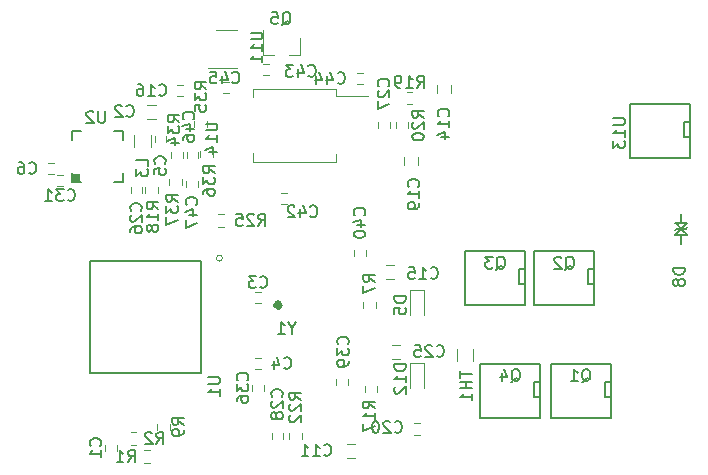
<source format=gbo>
G04 #@! TF.FileFunction,Legend,Bot*
%FSLAX46Y46*%
G04 Gerber Fmt 4.6, Leading zero omitted, Abs format (unit mm)*
G04 Created by KiCad (PCBNEW 4.0.7) date 03/24/19 02:31:51*
%MOMM*%
%LPD*%
G01*
G04 APERTURE LIST*
%ADD10C,0.100000*%
%ADD11C,0.120000*%
%ADD12C,0.150000*%
%ADD13C,0.203200*%
%ADD14C,0.152400*%
%ADD15C,0.500000*%
G04 APERTURE END LIST*
D10*
D11*
X71717000Y-82173000D02*
X71717000Y-82673000D01*
X70777000Y-82673000D02*
X70777000Y-82173000D01*
X75026000Y-53375000D02*
X74326000Y-53375000D01*
X74326000Y-54575000D02*
X75026000Y-54575000D01*
X83443000Y-69253000D02*
X83943000Y-69253000D01*
X83943000Y-70193000D02*
X83443000Y-70193000D01*
X83443000Y-74841000D02*
X83943000Y-74841000D01*
X83943000Y-75781000D02*
X83443000Y-75781000D01*
X74968000Y-56511000D02*
X74968000Y-56011000D01*
X75908000Y-56011000D02*
X75908000Y-56511000D01*
X65917000Y-58331000D02*
X66417000Y-58331000D01*
X66417000Y-59271000D02*
X65917000Y-59271000D01*
X91217000Y-83277000D02*
X91917000Y-83277000D01*
X91917000Y-82077000D02*
X91217000Y-82077000D01*
X100041000Y-52420000D02*
X100041000Y-51720000D01*
X98841000Y-51720000D02*
X98841000Y-52420000D01*
X94519000Y-68164000D02*
X95219000Y-68164000D01*
X95219000Y-66964000D02*
X94519000Y-66964000D01*
X76839000Y-51727000D02*
X77339000Y-51727000D01*
X77339000Y-52667000D02*
X76839000Y-52667000D01*
X97247000Y-58516000D02*
X97247000Y-57816000D01*
X96047000Y-57816000D02*
X96047000Y-58516000D01*
X95027000Y-74895000D02*
X95727000Y-74895000D01*
X95727000Y-73695000D02*
X95027000Y-73695000D01*
X73876000Y-60329000D02*
X73876000Y-60829000D01*
X72936000Y-60829000D02*
X72936000Y-60329000D01*
X93891000Y-55368000D02*
X93891000Y-54868000D01*
X94831000Y-54868000D02*
X94831000Y-55368000D01*
X85814000Y-81157000D02*
X85814000Y-81657000D01*
X84874000Y-81657000D02*
X84874000Y-81157000D01*
X67179000Y-60287000D02*
X66679000Y-60287000D01*
X66679000Y-59347000D02*
X67179000Y-59347000D01*
X83223000Y-77593000D02*
X83223000Y-77093000D01*
X84163000Y-77093000D02*
X84163000Y-77593000D01*
X90335000Y-77085000D02*
X90335000Y-76585000D01*
X91275000Y-76585000D02*
X91275000Y-77085000D01*
X92799000Y-65663000D02*
X92799000Y-66163000D01*
X91859000Y-66163000D02*
X91859000Y-65663000D01*
X86178200Y-61772900D02*
X85678200Y-61772900D01*
X85678200Y-60832900D02*
X86178200Y-60832900D01*
X84654200Y-50876300D02*
X84154200Y-50876300D01*
X84154200Y-49936300D02*
X84654200Y-49936300D01*
X96585000Y-69058000D02*
X97725000Y-69058000D01*
X97725000Y-69058000D02*
X97725000Y-71158000D01*
X96585000Y-69058000D02*
X96585000Y-71158000D01*
X96585000Y-75281000D02*
X97725000Y-75281000D01*
X97725000Y-75281000D02*
X97725000Y-77381000D01*
X96585000Y-75281000D02*
X96585000Y-77381000D01*
X73234000Y-55951500D02*
X73234000Y-56951500D01*
X74594000Y-56951500D02*
X74594000Y-55951500D01*
D12*
X113538000Y-75311000D02*
X108458000Y-75311000D01*
X108458000Y-75311000D02*
X108458000Y-79883000D01*
X108458000Y-79883000D02*
X113538000Y-79883000D01*
X113538000Y-79883000D02*
X113538000Y-75311000D01*
X113538000Y-76835000D02*
X113030000Y-76835000D01*
X113030000Y-76835000D02*
X113030000Y-78105000D01*
X113030000Y-78105000D02*
X113538000Y-78105000D01*
X112141000Y-65786000D02*
X107061000Y-65786000D01*
X107061000Y-65786000D02*
X107061000Y-70358000D01*
X107061000Y-70358000D02*
X112141000Y-70358000D01*
X112141000Y-70358000D02*
X112141000Y-65786000D01*
X112141000Y-67310000D02*
X111633000Y-67310000D01*
X111633000Y-67310000D02*
X111633000Y-68580000D01*
X111633000Y-68580000D02*
X112141000Y-68580000D01*
X106299000Y-65786000D02*
X101219000Y-65786000D01*
X101219000Y-65786000D02*
X101219000Y-70358000D01*
X101219000Y-70358000D02*
X106299000Y-70358000D01*
X106299000Y-70358000D02*
X106299000Y-65786000D01*
X106299000Y-67310000D02*
X105791000Y-67310000D01*
X105791000Y-67310000D02*
X105791000Y-68580000D01*
X105791000Y-68580000D02*
X106299000Y-68580000D01*
X107569000Y-75311000D02*
X102489000Y-75311000D01*
X102489000Y-75311000D02*
X102489000Y-79883000D01*
X102489000Y-79883000D02*
X107569000Y-79883000D01*
X107569000Y-79883000D02*
X107569000Y-75311000D01*
X107569000Y-76835000D02*
X107061000Y-76835000D01*
X107061000Y-76835000D02*
X107061000Y-78105000D01*
X107061000Y-78105000D02*
X107569000Y-78105000D01*
D11*
X87279600Y-49210500D02*
X86349600Y-49210500D01*
X84119600Y-49210500D02*
X85049600Y-49210500D01*
X84119600Y-49210500D02*
X84119600Y-47050500D01*
X87279600Y-49210500D02*
X87279600Y-47750500D01*
X74045000Y-82655000D02*
X74545000Y-82655000D01*
X74545000Y-83715000D02*
X74045000Y-83715000D01*
X72902000Y-81131000D02*
X73402000Y-81131000D01*
X73402000Y-82191000D02*
X72902000Y-82191000D01*
X92611800Y-70557200D02*
X92611800Y-70057200D01*
X93671800Y-70057200D02*
X93671800Y-70557200D01*
X76222000Y-80395000D02*
X76222000Y-80895000D01*
X75162000Y-80895000D02*
X75162000Y-80395000D01*
X75206000Y-60329000D02*
X75206000Y-60829000D01*
X74146000Y-60829000D02*
X74146000Y-60329000D01*
X96270000Y-52302000D02*
X96770000Y-52302000D01*
X96770000Y-53362000D02*
X96270000Y-53362000D01*
X95355000Y-55368000D02*
X95355000Y-54868000D01*
X96415000Y-54868000D02*
X96415000Y-55368000D01*
X86338000Y-81657000D02*
X86338000Y-81157000D01*
X87398000Y-81157000D02*
X87398000Y-81657000D01*
X100539000Y-74049000D02*
X100539000Y-75049000D01*
X101899000Y-75049000D02*
X101899000Y-74049000D01*
D13*
X69458000Y-66654000D02*
X69458000Y-76084000D01*
X69458000Y-76084000D02*
X78878000Y-76084000D01*
X78878000Y-76084000D02*
X78878000Y-66654000D01*
X78878000Y-66654000D02*
X69458000Y-66654000D01*
D10*
X80672000Y-66374000D02*
G75*
G03X80672000Y-66374000I-254000J0D01*
G01*
D14*
X67954000Y-59185000D02*
X67954000Y-59935000D01*
X67954000Y-59935000D02*
X68704000Y-59935000D01*
D10*
G36*
X67949390Y-59935000D02*
X68654000Y-59935000D01*
X68654000Y-59238110D01*
X67949390Y-59238110D01*
X67949390Y-59935000D01*
G37*
D14*
X72254000Y-59935000D02*
X71504000Y-59935000D01*
X72254000Y-55635000D02*
X71504000Y-55635000D01*
X67954000Y-55635000D02*
X68704000Y-55635000D01*
X67954000Y-56385000D02*
X67954000Y-55635000D01*
X72254000Y-56385000D02*
X72254000Y-55635000D01*
X72254000Y-59185000D02*
X72254000Y-59935000D01*
D11*
X80100600Y-47031000D02*
X81900600Y-47031000D01*
X81900600Y-50251000D02*
X79450600Y-50251000D01*
D12*
X120269000Y-53340000D02*
X115189000Y-53340000D01*
X115189000Y-53340000D02*
X115189000Y-57912000D01*
X115189000Y-57912000D02*
X120269000Y-57912000D01*
X120269000Y-57912000D02*
X120269000Y-53340000D01*
X120269000Y-54864000D02*
X119761000Y-54864000D01*
X119761000Y-54864000D02*
X119761000Y-56134000D01*
X119761000Y-56134000D02*
X120269000Y-56134000D01*
D15*
X85523605Y-70358000D02*
G75*
G03X85523605Y-70358000I-179605J0D01*
G01*
D11*
X92079000Y-50711000D02*
X92579000Y-50711000D01*
X92579000Y-51651000D02*
X92079000Y-51651000D01*
X80712500Y-51473000D02*
X81212500Y-51473000D01*
X81212500Y-52413000D02*
X80712500Y-52413000D01*
X77685800Y-57882600D02*
X77685800Y-57382600D01*
X78625800Y-57382600D02*
X78625800Y-57882600D01*
X77635000Y-60321000D02*
X77635000Y-59821000D01*
X78575000Y-59821000D02*
X78575000Y-60321000D01*
D12*
X119507000Y-65024000D02*
X119507000Y-65151000D01*
X119507000Y-63373000D02*
X119507000Y-62611000D01*
X119507000Y-64389000D02*
X119507000Y-65024000D01*
X119126000Y-63500000D02*
X118999000Y-63373000D01*
X118999000Y-63373000D02*
X120015000Y-63373000D01*
X120015000Y-63373000D02*
X119888000Y-63500000D01*
X119126000Y-64262000D02*
X118999000Y-64389000D01*
X118999000Y-64389000D02*
X120015000Y-64389000D01*
X120015000Y-64389000D02*
X119888000Y-64262000D01*
X119507000Y-63881000D02*
X119126000Y-64262000D01*
X119888000Y-64262000D02*
X119507000Y-64008000D01*
X119507000Y-63881000D02*
X119888000Y-63881000D01*
X119888000Y-63881000D02*
X120015000Y-63754000D01*
X119507000Y-63881000D02*
X119126000Y-63881000D01*
X119126000Y-63881000D02*
X118999000Y-64008000D01*
X119888000Y-63500000D02*
X119507000Y-63881000D01*
X119507000Y-63881000D02*
X119126000Y-63500000D01*
D11*
X77365000Y-57408000D02*
X77365000Y-57908000D01*
X76305000Y-57908000D02*
X76305000Y-57408000D01*
X79346200Y-54741000D02*
X79346200Y-55241000D01*
X78286200Y-55241000D02*
X78286200Y-54741000D01*
X79854200Y-57281000D02*
X79854200Y-57781000D01*
X78794200Y-57781000D02*
X78794200Y-57281000D01*
X77238000Y-59694000D02*
X77238000Y-60194000D01*
X76178000Y-60194000D02*
X76178000Y-59694000D01*
X90291000Y-57518000D02*
X90291000Y-58218000D01*
X90291000Y-58218000D02*
X83241000Y-58218000D01*
X83241000Y-58218000D02*
X83241000Y-57468000D01*
X83241000Y-52768000D02*
X83241000Y-52018000D01*
X83241000Y-52018000D02*
X90291000Y-52018000D01*
X90291000Y-52018000D02*
X90291000Y-52668000D01*
X90291000Y-52668000D02*
X92991000Y-52668000D01*
X97405000Y-81305500D02*
X96905000Y-81305500D01*
X96905000Y-80365500D02*
X97405000Y-80365500D01*
X80293400Y-62639800D02*
X80793400Y-62639800D01*
X80793400Y-63699800D02*
X80293400Y-63699800D01*
X92713400Y-77694600D02*
X92713400Y-77194600D01*
X93773400Y-77194600D02*
X93773400Y-77694600D01*
D12*
X70334143Y-82256334D02*
X70381762Y-82208715D01*
X70429381Y-82065858D01*
X70429381Y-81970620D01*
X70381762Y-81827762D01*
X70286524Y-81732524D01*
X70191286Y-81684905D01*
X70000810Y-81637286D01*
X69857952Y-81637286D01*
X69667476Y-81684905D01*
X69572238Y-81732524D01*
X69477000Y-81827762D01*
X69429381Y-81970620D01*
X69429381Y-82065858D01*
X69477000Y-82208715D01*
X69524619Y-82256334D01*
X70429381Y-83208715D02*
X70429381Y-82637286D01*
X70429381Y-82923000D02*
X69429381Y-82923000D01*
X69572238Y-82827762D01*
X69667476Y-82732524D01*
X69715095Y-82637286D01*
X72556666Y-54332143D02*
X72604285Y-54379762D01*
X72747142Y-54427381D01*
X72842380Y-54427381D01*
X72985238Y-54379762D01*
X73080476Y-54284524D01*
X73128095Y-54189286D01*
X73175714Y-53998810D01*
X73175714Y-53855952D01*
X73128095Y-53665476D01*
X73080476Y-53570238D01*
X72985238Y-53475000D01*
X72842380Y-53427381D01*
X72747142Y-53427381D01*
X72604285Y-53475000D01*
X72556666Y-53522619D01*
X72175714Y-53522619D02*
X72128095Y-53475000D01*
X72032857Y-53427381D01*
X71794761Y-53427381D01*
X71699523Y-53475000D01*
X71651904Y-53522619D01*
X71604285Y-53617857D01*
X71604285Y-53713095D01*
X71651904Y-53855952D01*
X72223333Y-54427381D01*
X71604285Y-54427381D01*
X83859666Y-68810143D02*
X83907285Y-68857762D01*
X84050142Y-68905381D01*
X84145380Y-68905381D01*
X84288238Y-68857762D01*
X84383476Y-68762524D01*
X84431095Y-68667286D01*
X84478714Y-68476810D01*
X84478714Y-68333952D01*
X84431095Y-68143476D01*
X84383476Y-68048238D01*
X84288238Y-67953000D01*
X84145380Y-67905381D01*
X84050142Y-67905381D01*
X83907285Y-67953000D01*
X83859666Y-68000619D01*
X83526333Y-67905381D02*
X82907285Y-67905381D01*
X83240619Y-68286333D01*
X83097761Y-68286333D01*
X83002523Y-68333952D01*
X82954904Y-68381571D01*
X82907285Y-68476810D01*
X82907285Y-68714905D01*
X82954904Y-68810143D01*
X83002523Y-68857762D01*
X83097761Y-68905381D01*
X83383476Y-68905381D01*
X83478714Y-68857762D01*
X83526333Y-68810143D01*
X85891666Y-75668143D02*
X85939285Y-75715762D01*
X86082142Y-75763381D01*
X86177380Y-75763381D01*
X86320238Y-75715762D01*
X86415476Y-75620524D01*
X86463095Y-75525286D01*
X86510714Y-75334810D01*
X86510714Y-75191952D01*
X86463095Y-75001476D01*
X86415476Y-74906238D01*
X86320238Y-74811000D01*
X86177380Y-74763381D01*
X86082142Y-74763381D01*
X85939285Y-74811000D01*
X85891666Y-74858619D01*
X85034523Y-75096714D02*
X85034523Y-75763381D01*
X85272619Y-74715762D02*
X85510714Y-75430048D01*
X84891666Y-75430048D01*
X75795143Y-58380334D02*
X75842762Y-58332715D01*
X75890381Y-58189858D01*
X75890381Y-58094620D01*
X75842762Y-57951762D01*
X75747524Y-57856524D01*
X75652286Y-57808905D01*
X75461810Y-57761286D01*
X75318952Y-57761286D01*
X75128476Y-57808905D01*
X75033238Y-57856524D01*
X74938000Y-57951762D01*
X74890381Y-58094620D01*
X74890381Y-58189858D01*
X74938000Y-58332715D01*
X74985619Y-58380334D01*
X74890381Y-59285096D02*
X74890381Y-58808905D01*
X75366571Y-58761286D01*
X75318952Y-58808905D01*
X75271333Y-58904143D01*
X75271333Y-59142239D01*
X75318952Y-59237477D01*
X75366571Y-59285096D01*
X75461810Y-59332715D01*
X75699905Y-59332715D01*
X75795143Y-59285096D01*
X75842762Y-59237477D01*
X75890381Y-59142239D01*
X75890381Y-58904143D01*
X75842762Y-58808905D01*
X75795143Y-58761286D01*
X64301666Y-59158143D02*
X64349285Y-59205762D01*
X64492142Y-59253381D01*
X64587380Y-59253381D01*
X64730238Y-59205762D01*
X64825476Y-59110524D01*
X64873095Y-59015286D01*
X64920714Y-58824810D01*
X64920714Y-58681952D01*
X64873095Y-58491476D01*
X64825476Y-58396238D01*
X64730238Y-58301000D01*
X64587380Y-58253381D01*
X64492142Y-58253381D01*
X64349285Y-58301000D01*
X64301666Y-58348619D01*
X63444523Y-58253381D02*
X63635000Y-58253381D01*
X63730238Y-58301000D01*
X63777857Y-58348619D01*
X63873095Y-58491476D01*
X63920714Y-58681952D01*
X63920714Y-59062905D01*
X63873095Y-59158143D01*
X63825476Y-59205762D01*
X63730238Y-59253381D01*
X63539761Y-59253381D01*
X63444523Y-59205762D01*
X63396904Y-59158143D01*
X63349285Y-59062905D01*
X63349285Y-58824810D01*
X63396904Y-58729571D01*
X63444523Y-58681952D01*
X63539761Y-58634333D01*
X63730238Y-58634333D01*
X63825476Y-58681952D01*
X63873095Y-58729571D01*
X63920714Y-58824810D01*
X89288857Y-83034143D02*
X89336476Y-83081762D01*
X89479333Y-83129381D01*
X89574571Y-83129381D01*
X89717429Y-83081762D01*
X89812667Y-82986524D01*
X89860286Y-82891286D01*
X89907905Y-82700810D01*
X89907905Y-82557952D01*
X89860286Y-82367476D01*
X89812667Y-82272238D01*
X89717429Y-82177000D01*
X89574571Y-82129381D01*
X89479333Y-82129381D01*
X89336476Y-82177000D01*
X89288857Y-82224619D01*
X88336476Y-83129381D02*
X88907905Y-83129381D01*
X88622191Y-83129381D02*
X88622191Y-82129381D01*
X88717429Y-82272238D01*
X88812667Y-82367476D01*
X88907905Y-82415095D01*
X87384095Y-83129381D02*
X87955524Y-83129381D01*
X87669810Y-83129381D02*
X87669810Y-82129381D01*
X87765048Y-82272238D01*
X87860286Y-82367476D01*
X87955524Y-82415095D01*
X99798143Y-54348143D02*
X99845762Y-54300524D01*
X99893381Y-54157667D01*
X99893381Y-54062429D01*
X99845762Y-53919571D01*
X99750524Y-53824333D01*
X99655286Y-53776714D01*
X99464810Y-53729095D01*
X99321952Y-53729095D01*
X99131476Y-53776714D01*
X99036238Y-53824333D01*
X98941000Y-53919571D01*
X98893381Y-54062429D01*
X98893381Y-54157667D01*
X98941000Y-54300524D01*
X98988619Y-54348143D01*
X99893381Y-55300524D02*
X99893381Y-54729095D01*
X99893381Y-55014809D02*
X98893381Y-55014809D01*
X99036238Y-54919571D01*
X99131476Y-54824333D01*
X99179095Y-54729095D01*
X99226714Y-56157667D02*
X99893381Y-56157667D01*
X98845762Y-55919571D02*
X99560048Y-55681476D01*
X99560048Y-56300524D01*
X98305857Y-68048143D02*
X98353476Y-68095762D01*
X98496333Y-68143381D01*
X98591571Y-68143381D01*
X98734429Y-68095762D01*
X98829667Y-68000524D01*
X98877286Y-67905286D01*
X98924905Y-67714810D01*
X98924905Y-67571952D01*
X98877286Y-67381476D01*
X98829667Y-67286238D01*
X98734429Y-67191000D01*
X98591571Y-67143381D01*
X98496333Y-67143381D01*
X98353476Y-67191000D01*
X98305857Y-67238619D01*
X97353476Y-68143381D02*
X97924905Y-68143381D01*
X97639191Y-68143381D02*
X97639191Y-67143381D01*
X97734429Y-67286238D01*
X97829667Y-67381476D01*
X97924905Y-67429095D01*
X96448714Y-67143381D02*
X96924905Y-67143381D01*
X96972524Y-67619571D01*
X96924905Y-67571952D01*
X96829667Y-67524333D01*
X96591571Y-67524333D01*
X96496333Y-67571952D01*
X96448714Y-67619571D01*
X96401095Y-67714810D01*
X96401095Y-67952905D01*
X96448714Y-68048143D01*
X96496333Y-68095762D01*
X96591571Y-68143381D01*
X96829667Y-68143381D01*
X96924905Y-68095762D01*
X96972524Y-68048143D01*
X75318857Y-52554143D02*
X75366476Y-52601762D01*
X75509333Y-52649381D01*
X75604571Y-52649381D01*
X75747429Y-52601762D01*
X75842667Y-52506524D01*
X75890286Y-52411286D01*
X75937905Y-52220810D01*
X75937905Y-52077952D01*
X75890286Y-51887476D01*
X75842667Y-51792238D01*
X75747429Y-51697000D01*
X75604571Y-51649381D01*
X75509333Y-51649381D01*
X75366476Y-51697000D01*
X75318857Y-51744619D01*
X74366476Y-52649381D02*
X74937905Y-52649381D01*
X74652191Y-52649381D02*
X74652191Y-51649381D01*
X74747429Y-51792238D01*
X74842667Y-51887476D01*
X74937905Y-51935095D01*
X73509333Y-51649381D02*
X73699810Y-51649381D01*
X73795048Y-51697000D01*
X73842667Y-51744619D01*
X73937905Y-51887476D01*
X73985524Y-52077952D01*
X73985524Y-52458905D01*
X73937905Y-52554143D01*
X73890286Y-52601762D01*
X73795048Y-52649381D01*
X73604571Y-52649381D01*
X73509333Y-52601762D01*
X73461714Y-52554143D01*
X73414095Y-52458905D01*
X73414095Y-52220810D01*
X73461714Y-52125571D01*
X73509333Y-52077952D01*
X73604571Y-52030333D01*
X73795048Y-52030333D01*
X73890286Y-52077952D01*
X73937905Y-52125571D01*
X73985524Y-52220810D01*
X97258143Y-60317143D02*
X97305762Y-60269524D01*
X97353381Y-60126667D01*
X97353381Y-60031429D01*
X97305762Y-59888571D01*
X97210524Y-59793333D01*
X97115286Y-59745714D01*
X96924810Y-59698095D01*
X96781952Y-59698095D01*
X96591476Y-59745714D01*
X96496238Y-59793333D01*
X96401000Y-59888571D01*
X96353381Y-60031429D01*
X96353381Y-60126667D01*
X96401000Y-60269524D01*
X96448619Y-60317143D01*
X97353381Y-61269524D02*
X97353381Y-60698095D01*
X97353381Y-60983809D02*
X96353381Y-60983809D01*
X96496238Y-60888571D01*
X96591476Y-60793333D01*
X96639095Y-60698095D01*
X97353381Y-61745714D02*
X97353381Y-61936190D01*
X97305762Y-62031429D01*
X97258143Y-62079048D01*
X97115286Y-62174286D01*
X96924810Y-62221905D01*
X96543857Y-62221905D01*
X96448619Y-62174286D01*
X96401000Y-62126667D01*
X96353381Y-62031429D01*
X96353381Y-61840952D01*
X96401000Y-61745714D01*
X96448619Y-61698095D01*
X96543857Y-61650476D01*
X96781952Y-61650476D01*
X96877190Y-61698095D01*
X96924810Y-61745714D01*
X96972429Y-61840952D01*
X96972429Y-62031429D01*
X96924810Y-62126667D01*
X96877190Y-62174286D01*
X96781952Y-62221905D01*
X98813857Y-74652143D02*
X98861476Y-74699762D01*
X99004333Y-74747381D01*
X99099571Y-74747381D01*
X99242429Y-74699762D01*
X99337667Y-74604524D01*
X99385286Y-74509286D01*
X99432905Y-74318810D01*
X99432905Y-74175952D01*
X99385286Y-73985476D01*
X99337667Y-73890238D01*
X99242429Y-73795000D01*
X99099571Y-73747381D01*
X99004333Y-73747381D01*
X98861476Y-73795000D01*
X98813857Y-73842619D01*
X98432905Y-73842619D02*
X98385286Y-73795000D01*
X98290048Y-73747381D01*
X98051952Y-73747381D01*
X97956714Y-73795000D01*
X97909095Y-73842619D01*
X97861476Y-73937857D01*
X97861476Y-74033095D01*
X97909095Y-74175952D01*
X98480524Y-74747381D01*
X97861476Y-74747381D01*
X96956714Y-73747381D02*
X97432905Y-73747381D01*
X97480524Y-74223571D01*
X97432905Y-74175952D01*
X97337667Y-74128333D01*
X97099571Y-74128333D01*
X97004333Y-74175952D01*
X96956714Y-74223571D01*
X96909095Y-74318810D01*
X96909095Y-74556905D01*
X96956714Y-74652143D01*
X97004333Y-74699762D01*
X97099571Y-74747381D01*
X97337667Y-74747381D01*
X97432905Y-74699762D01*
X97480524Y-74652143D01*
X73763143Y-62349143D02*
X73810762Y-62301524D01*
X73858381Y-62158667D01*
X73858381Y-62063429D01*
X73810762Y-61920571D01*
X73715524Y-61825333D01*
X73620286Y-61777714D01*
X73429810Y-61730095D01*
X73286952Y-61730095D01*
X73096476Y-61777714D01*
X73001238Y-61825333D01*
X72906000Y-61920571D01*
X72858381Y-62063429D01*
X72858381Y-62158667D01*
X72906000Y-62301524D01*
X72953619Y-62349143D01*
X72953619Y-62730095D02*
X72906000Y-62777714D01*
X72858381Y-62872952D01*
X72858381Y-63111048D01*
X72906000Y-63206286D01*
X72953619Y-63253905D01*
X73048857Y-63301524D01*
X73144095Y-63301524D01*
X73286952Y-63253905D01*
X73858381Y-62682476D01*
X73858381Y-63301524D01*
X72858381Y-64158667D02*
X72858381Y-63968190D01*
X72906000Y-63872952D01*
X72953619Y-63825333D01*
X73096476Y-63730095D01*
X73286952Y-63682476D01*
X73667905Y-63682476D01*
X73763143Y-63730095D01*
X73810762Y-63777714D01*
X73858381Y-63872952D01*
X73858381Y-64063429D01*
X73810762Y-64158667D01*
X73763143Y-64206286D01*
X73667905Y-64253905D01*
X73429810Y-64253905D01*
X73334571Y-64206286D01*
X73286952Y-64158667D01*
X73239333Y-64063429D01*
X73239333Y-63872952D01*
X73286952Y-63777714D01*
X73334571Y-63730095D01*
X73429810Y-63682476D01*
X94718143Y-51808143D02*
X94765762Y-51760524D01*
X94813381Y-51617667D01*
X94813381Y-51522429D01*
X94765762Y-51379571D01*
X94670524Y-51284333D01*
X94575286Y-51236714D01*
X94384810Y-51189095D01*
X94241952Y-51189095D01*
X94051476Y-51236714D01*
X93956238Y-51284333D01*
X93861000Y-51379571D01*
X93813381Y-51522429D01*
X93813381Y-51617667D01*
X93861000Y-51760524D01*
X93908619Y-51808143D01*
X93908619Y-52189095D02*
X93861000Y-52236714D01*
X93813381Y-52331952D01*
X93813381Y-52570048D01*
X93861000Y-52665286D01*
X93908619Y-52712905D01*
X94003857Y-52760524D01*
X94099095Y-52760524D01*
X94241952Y-52712905D01*
X94813381Y-52141476D01*
X94813381Y-52760524D01*
X93813381Y-53093857D02*
X93813381Y-53760524D01*
X94813381Y-53331952D01*
X85701143Y-78097143D02*
X85748762Y-78049524D01*
X85796381Y-77906667D01*
X85796381Y-77811429D01*
X85748762Y-77668571D01*
X85653524Y-77573333D01*
X85558286Y-77525714D01*
X85367810Y-77478095D01*
X85224952Y-77478095D01*
X85034476Y-77525714D01*
X84939238Y-77573333D01*
X84844000Y-77668571D01*
X84796381Y-77811429D01*
X84796381Y-77906667D01*
X84844000Y-78049524D01*
X84891619Y-78097143D01*
X84891619Y-78478095D02*
X84844000Y-78525714D01*
X84796381Y-78620952D01*
X84796381Y-78859048D01*
X84844000Y-78954286D01*
X84891619Y-79001905D01*
X84986857Y-79049524D01*
X85082095Y-79049524D01*
X85224952Y-79001905D01*
X85796381Y-78430476D01*
X85796381Y-79049524D01*
X85224952Y-79620952D02*
X85177333Y-79525714D01*
X85129714Y-79478095D01*
X85034476Y-79430476D01*
X84986857Y-79430476D01*
X84891619Y-79478095D01*
X84844000Y-79525714D01*
X84796381Y-79620952D01*
X84796381Y-79811429D01*
X84844000Y-79906667D01*
X84891619Y-79954286D01*
X84986857Y-80001905D01*
X85034476Y-80001905D01*
X85129714Y-79954286D01*
X85177333Y-79906667D01*
X85224952Y-79811429D01*
X85224952Y-79620952D01*
X85272571Y-79525714D01*
X85320190Y-79478095D01*
X85415429Y-79430476D01*
X85605905Y-79430476D01*
X85701143Y-79478095D01*
X85748762Y-79525714D01*
X85796381Y-79620952D01*
X85796381Y-79811429D01*
X85748762Y-79906667D01*
X85701143Y-79954286D01*
X85605905Y-80001905D01*
X85415429Y-80001905D01*
X85320190Y-79954286D01*
X85272571Y-79906667D01*
X85224952Y-79811429D01*
X67571857Y-61444143D02*
X67619476Y-61491762D01*
X67762333Y-61539381D01*
X67857571Y-61539381D01*
X68000429Y-61491762D01*
X68095667Y-61396524D01*
X68143286Y-61301286D01*
X68190905Y-61110810D01*
X68190905Y-60967952D01*
X68143286Y-60777476D01*
X68095667Y-60682238D01*
X68000429Y-60587000D01*
X67857571Y-60539381D01*
X67762333Y-60539381D01*
X67619476Y-60587000D01*
X67571857Y-60634619D01*
X67238524Y-60539381D02*
X66619476Y-60539381D01*
X66952810Y-60920333D01*
X66809952Y-60920333D01*
X66714714Y-60967952D01*
X66667095Y-61015571D01*
X66619476Y-61110810D01*
X66619476Y-61348905D01*
X66667095Y-61444143D01*
X66714714Y-61491762D01*
X66809952Y-61539381D01*
X67095667Y-61539381D01*
X67190905Y-61491762D01*
X67238524Y-61444143D01*
X65667095Y-61539381D02*
X66238524Y-61539381D01*
X65952810Y-61539381D02*
X65952810Y-60539381D01*
X66048048Y-60682238D01*
X66143286Y-60777476D01*
X66238524Y-60825095D01*
X82780143Y-76700143D02*
X82827762Y-76652524D01*
X82875381Y-76509667D01*
X82875381Y-76414429D01*
X82827762Y-76271571D01*
X82732524Y-76176333D01*
X82637286Y-76128714D01*
X82446810Y-76081095D01*
X82303952Y-76081095D01*
X82113476Y-76128714D01*
X82018238Y-76176333D01*
X81923000Y-76271571D01*
X81875381Y-76414429D01*
X81875381Y-76509667D01*
X81923000Y-76652524D01*
X81970619Y-76700143D01*
X81875381Y-77033476D02*
X81875381Y-77652524D01*
X82256333Y-77319190D01*
X82256333Y-77462048D01*
X82303952Y-77557286D01*
X82351571Y-77604905D01*
X82446810Y-77652524D01*
X82684905Y-77652524D01*
X82780143Y-77604905D01*
X82827762Y-77557286D01*
X82875381Y-77462048D01*
X82875381Y-77176333D01*
X82827762Y-77081095D01*
X82780143Y-77033476D01*
X81875381Y-78509667D02*
X81875381Y-78319190D01*
X81923000Y-78223952D01*
X81970619Y-78176333D01*
X82113476Y-78081095D01*
X82303952Y-78033476D01*
X82684905Y-78033476D01*
X82780143Y-78081095D01*
X82827762Y-78128714D01*
X82875381Y-78223952D01*
X82875381Y-78414429D01*
X82827762Y-78509667D01*
X82780143Y-78557286D01*
X82684905Y-78604905D01*
X82446810Y-78604905D01*
X82351571Y-78557286D01*
X82303952Y-78509667D01*
X82256333Y-78414429D01*
X82256333Y-78223952D01*
X82303952Y-78128714D01*
X82351571Y-78081095D01*
X82446810Y-78033476D01*
X91289143Y-73652143D02*
X91336762Y-73604524D01*
X91384381Y-73461667D01*
X91384381Y-73366429D01*
X91336762Y-73223571D01*
X91241524Y-73128333D01*
X91146286Y-73080714D01*
X90955810Y-73033095D01*
X90812952Y-73033095D01*
X90622476Y-73080714D01*
X90527238Y-73128333D01*
X90432000Y-73223571D01*
X90384381Y-73366429D01*
X90384381Y-73461667D01*
X90432000Y-73604524D01*
X90479619Y-73652143D01*
X90384381Y-73985476D02*
X90384381Y-74604524D01*
X90765333Y-74271190D01*
X90765333Y-74414048D01*
X90812952Y-74509286D01*
X90860571Y-74556905D01*
X90955810Y-74604524D01*
X91193905Y-74604524D01*
X91289143Y-74556905D01*
X91336762Y-74509286D01*
X91384381Y-74414048D01*
X91384381Y-74128333D01*
X91336762Y-74033095D01*
X91289143Y-73985476D01*
X91384381Y-75080714D02*
X91384381Y-75271190D01*
X91336762Y-75366429D01*
X91289143Y-75414048D01*
X91146286Y-75509286D01*
X90955810Y-75556905D01*
X90574857Y-75556905D01*
X90479619Y-75509286D01*
X90432000Y-75461667D01*
X90384381Y-75366429D01*
X90384381Y-75175952D01*
X90432000Y-75080714D01*
X90479619Y-75033095D01*
X90574857Y-74985476D01*
X90812952Y-74985476D01*
X90908190Y-75033095D01*
X90955810Y-75080714D01*
X91003429Y-75175952D01*
X91003429Y-75366429D01*
X90955810Y-75461667D01*
X90908190Y-75509286D01*
X90812952Y-75556905D01*
X92686143Y-62730143D02*
X92733762Y-62682524D01*
X92781381Y-62539667D01*
X92781381Y-62444429D01*
X92733762Y-62301571D01*
X92638524Y-62206333D01*
X92543286Y-62158714D01*
X92352810Y-62111095D01*
X92209952Y-62111095D01*
X92019476Y-62158714D01*
X91924238Y-62206333D01*
X91829000Y-62301571D01*
X91781381Y-62444429D01*
X91781381Y-62539667D01*
X91829000Y-62682524D01*
X91876619Y-62730143D01*
X92114714Y-63587286D02*
X92781381Y-63587286D01*
X91733762Y-63349190D02*
X92448048Y-63111095D01*
X92448048Y-63730143D01*
X91781381Y-64301571D02*
X91781381Y-64396810D01*
X91829000Y-64492048D01*
X91876619Y-64539667D01*
X91971857Y-64587286D01*
X92162333Y-64634905D01*
X92400429Y-64634905D01*
X92590905Y-64587286D01*
X92686143Y-64539667D01*
X92733762Y-64492048D01*
X92781381Y-64396810D01*
X92781381Y-64301571D01*
X92733762Y-64206333D01*
X92686143Y-64158714D01*
X92590905Y-64111095D01*
X92400429Y-64063476D01*
X92162333Y-64063476D01*
X91971857Y-64111095D01*
X91876619Y-64158714D01*
X91829000Y-64206333D01*
X91781381Y-64301571D01*
X88095057Y-62815743D02*
X88142676Y-62863362D01*
X88285533Y-62910981D01*
X88380771Y-62910981D01*
X88523629Y-62863362D01*
X88618867Y-62768124D01*
X88666486Y-62672886D01*
X88714105Y-62482410D01*
X88714105Y-62339552D01*
X88666486Y-62149076D01*
X88618867Y-62053838D01*
X88523629Y-61958600D01*
X88380771Y-61910981D01*
X88285533Y-61910981D01*
X88142676Y-61958600D01*
X88095057Y-62006219D01*
X87237914Y-62244314D02*
X87237914Y-62910981D01*
X87476010Y-61863362D02*
X87714105Y-62577648D01*
X87095057Y-62577648D01*
X86761724Y-62006219D02*
X86714105Y-61958600D01*
X86618867Y-61910981D01*
X86380771Y-61910981D01*
X86285533Y-61958600D01*
X86237914Y-62006219D01*
X86190295Y-62101457D01*
X86190295Y-62196695D01*
X86237914Y-62339552D01*
X86809343Y-62910981D01*
X86190295Y-62910981D01*
X87955357Y-50915843D02*
X88002976Y-50963462D01*
X88145833Y-51011081D01*
X88241071Y-51011081D01*
X88383929Y-50963462D01*
X88479167Y-50868224D01*
X88526786Y-50772986D01*
X88574405Y-50582510D01*
X88574405Y-50439652D01*
X88526786Y-50249176D01*
X88479167Y-50153938D01*
X88383929Y-50058700D01*
X88241071Y-50011081D01*
X88145833Y-50011081D01*
X88002976Y-50058700D01*
X87955357Y-50106319D01*
X87098214Y-50344414D02*
X87098214Y-51011081D01*
X87336310Y-49963462D02*
X87574405Y-50677748D01*
X86955357Y-50677748D01*
X86669643Y-50011081D02*
X86050595Y-50011081D01*
X86383929Y-50392033D01*
X86241071Y-50392033D01*
X86145833Y-50439652D01*
X86098214Y-50487271D01*
X86050595Y-50582510D01*
X86050595Y-50820605D01*
X86098214Y-50915843D01*
X86145833Y-50963462D01*
X86241071Y-51011081D01*
X86526786Y-51011081D01*
X86622024Y-50963462D01*
X86669643Y-50915843D01*
X96207381Y-69619905D02*
X95207381Y-69619905D01*
X95207381Y-69858000D01*
X95255000Y-70000858D01*
X95350238Y-70096096D01*
X95445476Y-70143715D01*
X95635952Y-70191334D01*
X95778810Y-70191334D01*
X95969286Y-70143715D01*
X96064524Y-70096096D01*
X96159762Y-70000858D01*
X96207381Y-69858000D01*
X96207381Y-69619905D01*
X95207381Y-71096096D02*
X95207381Y-70619905D01*
X95683571Y-70572286D01*
X95635952Y-70619905D01*
X95588333Y-70715143D01*
X95588333Y-70953239D01*
X95635952Y-71048477D01*
X95683571Y-71096096D01*
X95778810Y-71143715D01*
X96016905Y-71143715D01*
X96112143Y-71096096D01*
X96159762Y-71048477D01*
X96207381Y-70953239D01*
X96207381Y-70715143D01*
X96159762Y-70619905D01*
X96112143Y-70572286D01*
X96207381Y-75366714D02*
X95207381Y-75366714D01*
X95207381Y-75604809D01*
X95255000Y-75747667D01*
X95350238Y-75842905D01*
X95445476Y-75890524D01*
X95635952Y-75938143D01*
X95778810Y-75938143D01*
X95969286Y-75890524D01*
X96064524Y-75842905D01*
X96159762Y-75747667D01*
X96207381Y-75604809D01*
X96207381Y-75366714D01*
X96207381Y-76890524D02*
X96207381Y-76319095D01*
X96207381Y-76604809D02*
X95207381Y-76604809D01*
X95350238Y-76509571D01*
X95445476Y-76414333D01*
X95493095Y-76319095D01*
X95302619Y-77271476D02*
X95255000Y-77319095D01*
X95207381Y-77414333D01*
X95207381Y-77652429D01*
X95255000Y-77747667D01*
X95302619Y-77795286D01*
X95397857Y-77842905D01*
X95493095Y-77842905D01*
X95635952Y-77795286D01*
X96207381Y-77223857D01*
X96207381Y-77842905D01*
X74366381Y-58570834D02*
X74366381Y-58094643D01*
X73366381Y-58094643D01*
X73366381Y-58808929D02*
X73366381Y-59427977D01*
X73747333Y-59094643D01*
X73747333Y-59237501D01*
X73794952Y-59332739D01*
X73842571Y-59380358D01*
X73937810Y-59427977D01*
X74175905Y-59427977D01*
X74271143Y-59380358D01*
X74318762Y-59332739D01*
X74366381Y-59237501D01*
X74366381Y-58951786D01*
X74318762Y-58856548D01*
X74271143Y-58808929D01*
X111093238Y-76874619D02*
X111188476Y-76827000D01*
X111283714Y-76731762D01*
X111426571Y-76588905D01*
X111521810Y-76541286D01*
X111617048Y-76541286D01*
X111569429Y-76779381D02*
X111664667Y-76731762D01*
X111759905Y-76636524D01*
X111807524Y-76446048D01*
X111807524Y-76112714D01*
X111759905Y-75922238D01*
X111664667Y-75827000D01*
X111569429Y-75779381D01*
X111378952Y-75779381D01*
X111283714Y-75827000D01*
X111188476Y-75922238D01*
X111140857Y-76112714D01*
X111140857Y-76446048D01*
X111188476Y-76636524D01*
X111283714Y-76731762D01*
X111378952Y-76779381D01*
X111569429Y-76779381D01*
X110188476Y-76779381D02*
X110759905Y-76779381D01*
X110474191Y-76779381D02*
X110474191Y-75779381D01*
X110569429Y-75922238D01*
X110664667Y-76017476D01*
X110759905Y-76065095D01*
X109696238Y-67349619D02*
X109791476Y-67302000D01*
X109886714Y-67206762D01*
X110029571Y-67063905D01*
X110124810Y-67016286D01*
X110220048Y-67016286D01*
X110172429Y-67254381D02*
X110267667Y-67206762D01*
X110362905Y-67111524D01*
X110410524Y-66921048D01*
X110410524Y-66587714D01*
X110362905Y-66397238D01*
X110267667Y-66302000D01*
X110172429Y-66254381D01*
X109981952Y-66254381D01*
X109886714Y-66302000D01*
X109791476Y-66397238D01*
X109743857Y-66587714D01*
X109743857Y-66921048D01*
X109791476Y-67111524D01*
X109886714Y-67206762D01*
X109981952Y-67254381D01*
X110172429Y-67254381D01*
X109362905Y-66349619D02*
X109315286Y-66302000D01*
X109220048Y-66254381D01*
X108981952Y-66254381D01*
X108886714Y-66302000D01*
X108839095Y-66349619D01*
X108791476Y-66444857D01*
X108791476Y-66540095D01*
X108839095Y-66682952D01*
X109410524Y-67254381D01*
X108791476Y-67254381D01*
X103854238Y-67349619D02*
X103949476Y-67302000D01*
X104044714Y-67206762D01*
X104187571Y-67063905D01*
X104282810Y-67016286D01*
X104378048Y-67016286D01*
X104330429Y-67254381D02*
X104425667Y-67206762D01*
X104520905Y-67111524D01*
X104568524Y-66921048D01*
X104568524Y-66587714D01*
X104520905Y-66397238D01*
X104425667Y-66302000D01*
X104330429Y-66254381D01*
X104139952Y-66254381D01*
X104044714Y-66302000D01*
X103949476Y-66397238D01*
X103901857Y-66587714D01*
X103901857Y-66921048D01*
X103949476Y-67111524D01*
X104044714Y-67206762D01*
X104139952Y-67254381D01*
X104330429Y-67254381D01*
X103568524Y-66254381D02*
X102949476Y-66254381D01*
X103282810Y-66635333D01*
X103139952Y-66635333D01*
X103044714Y-66682952D01*
X102997095Y-66730571D01*
X102949476Y-66825810D01*
X102949476Y-67063905D01*
X102997095Y-67159143D01*
X103044714Y-67206762D01*
X103139952Y-67254381D01*
X103425667Y-67254381D01*
X103520905Y-67206762D01*
X103568524Y-67159143D01*
X105124238Y-76874619D02*
X105219476Y-76827000D01*
X105314714Y-76731762D01*
X105457571Y-76588905D01*
X105552810Y-76541286D01*
X105648048Y-76541286D01*
X105600429Y-76779381D02*
X105695667Y-76731762D01*
X105790905Y-76636524D01*
X105838524Y-76446048D01*
X105838524Y-76112714D01*
X105790905Y-75922238D01*
X105695667Y-75827000D01*
X105600429Y-75779381D01*
X105409952Y-75779381D01*
X105314714Y-75827000D01*
X105219476Y-75922238D01*
X105171857Y-76112714D01*
X105171857Y-76446048D01*
X105219476Y-76636524D01*
X105314714Y-76731762D01*
X105409952Y-76779381D01*
X105600429Y-76779381D01*
X104314714Y-76112714D02*
X104314714Y-76779381D01*
X104552810Y-75731762D02*
X104790905Y-76446048D01*
X104171857Y-76446048D01*
X85718638Y-46635919D02*
X85813876Y-46588300D01*
X85909114Y-46493062D01*
X86051971Y-46350205D01*
X86147210Y-46302586D01*
X86242448Y-46302586D01*
X86194829Y-46540681D02*
X86290067Y-46493062D01*
X86385305Y-46397824D01*
X86432924Y-46207348D01*
X86432924Y-45874014D01*
X86385305Y-45683538D01*
X86290067Y-45588300D01*
X86194829Y-45540681D01*
X86004352Y-45540681D01*
X85909114Y-45588300D01*
X85813876Y-45683538D01*
X85766257Y-45874014D01*
X85766257Y-46207348D01*
X85813876Y-46397824D01*
X85909114Y-46493062D01*
X86004352Y-46540681D01*
X86194829Y-46540681D01*
X84861495Y-45540681D02*
X85337686Y-45540681D01*
X85385305Y-46016871D01*
X85337686Y-45969252D01*
X85242448Y-45921633D01*
X85004352Y-45921633D01*
X84909114Y-45969252D01*
X84861495Y-46016871D01*
X84813876Y-46112110D01*
X84813876Y-46350205D01*
X84861495Y-46445443D01*
X84909114Y-46493062D01*
X85004352Y-46540681D01*
X85242448Y-46540681D01*
X85337686Y-46493062D01*
X85385305Y-46445443D01*
X72683666Y-83637381D02*
X73017000Y-83161190D01*
X73255095Y-83637381D02*
X73255095Y-82637381D01*
X72874142Y-82637381D01*
X72778904Y-82685000D01*
X72731285Y-82732619D01*
X72683666Y-82827857D01*
X72683666Y-82970714D01*
X72731285Y-83065952D01*
X72778904Y-83113571D01*
X72874142Y-83161190D01*
X73255095Y-83161190D01*
X71731285Y-83637381D02*
X72302714Y-83637381D01*
X72017000Y-83637381D02*
X72017000Y-82637381D01*
X72112238Y-82780238D01*
X72207476Y-82875476D01*
X72302714Y-82923095D01*
X75096666Y-82113381D02*
X75430000Y-81637190D01*
X75668095Y-82113381D02*
X75668095Y-81113381D01*
X75287142Y-81113381D01*
X75191904Y-81161000D01*
X75144285Y-81208619D01*
X75096666Y-81303857D01*
X75096666Y-81446714D01*
X75144285Y-81541952D01*
X75191904Y-81589571D01*
X75287142Y-81637190D01*
X75668095Y-81637190D01*
X74715714Y-81208619D02*
X74668095Y-81161000D01*
X74572857Y-81113381D01*
X74334761Y-81113381D01*
X74239523Y-81161000D01*
X74191904Y-81208619D01*
X74144285Y-81303857D01*
X74144285Y-81399095D01*
X74191904Y-81541952D01*
X74763333Y-82113381D01*
X74144285Y-82113381D01*
X93594181Y-68362534D02*
X93117990Y-68029200D01*
X93594181Y-67791105D02*
X92594181Y-67791105D01*
X92594181Y-68172058D01*
X92641800Y-68267296D01*
X92689419Y-68314915D01*
X92784657Y-68362534D01*
X92927514Y-68362534D01*
X93022752Y-68314915D01*
X93070371Y-68267296D01*
X93117990Y-68172058D01*
X93117990Y-67791105D01*
X92594181Y-68695867D02*
X92594181Y-69362534D01*
X93594181Y-68933962D01*
X77414381Y-80478334D02*
X76938190Y-80145000D01*
X77414381Y-79906905D02*
X76414381Y-79906905D01*
X76414381Y-80287858D01*
X76462000Y-80383096D01*
X76509619Y-80430715D01*
X76604857Y-80478334D01*
X76747714Y-80478334D01*
X76842952Y-80430715D01*
X76890571Y-80383096D01*
X76938190Y-80287858D01*
X76938190Y-79906905D01*
X77414381Y-80954524D02*
X77414381Y-81145000D01*
X77366762Y-81240239D01*
X77319143Y-81287858D01*
X77176286Y-81383096D01*
X76985810Y-81430715D01*
X76604857Y-81430715D01*
X76509619Y-81383096D01*
X76462000Y-81335477D01*
X76414381Y-81240239D01*
X76414381Y-81049762D01*
X76462000Y-80954524D01*
X76509619Y-80906905D01*
X76604857Y-80859286D01*
X76842952Y-80859286D01*
X76938190Y-80906905D01*
X76985810Y-80954524D01*
X77033429Y-81049762D01*
X77033429Y-81240239D01*
X76985810Y-81335477D01*
X76938190Y-81383096D01*
X76842952Y-81430715D01*
X75255381Y-62222143D02*
X74779190Y-61888809D01*
X75255381Y-61650714D02*
X74255381Y-61650714D01*
X74255381Y-62031667D01*
X74303000Y-62126905D01*
X74350619Y-62174524D01*
X74445857Y-62222143D01*
X74588714Y-62222143D01*
X74683952Y-62174524D01*
X74731571Y-62126905D01*
X74779190Y-62031667D01*
X74779190Y-61650714D01*
X75255381Y-63174524D02*
X75255381Y-62603095D01*
X75255381Y-62888809D02*
X74255381Y-62888809D01*
X74398238Y-62793571D01*
X74493476Y-62698333D01*
X74541095Y-62603095D01*
X74683952Y-63745952D02*
X74636333Y-63650714D01*
X74588714Y-63603095D01*
X74493476Y-63555476D01*
X74445857Y-63555476D01*
X74350619Y-63603095D01*
X74303000Y-63650714D01*
X74255381Y-63745952D01*
X74255381Y-63936429D01*
X74303000Y-64031667D01*
X74350619Y-64079286D01*
X74445857Y-64126905D01*
X74493476Y-64126905D01*
X74588714Y-64079286D01*
X74636333Y-64031667D01*
X74683952Y-63936429D01*
X74683952Y-63745952D01*
X74731571Y-63650714D01*
X74779190Y-63603095D01*
X74874429Y-63555476D01*
X75064905Y-63555476D01*
X75160143Y-63603095D01*
X75207762Y-63650714D01*
X75255381Y-63745952D01*
X75255381Y-63936429D01*
X75207762Y-64031667D01*
X75160143Y-64079286D01*
X75064905Y-64126905D01*
X74874429Y-64126905D01*
X74779190Y-64079286D01*
X74731571Y-64031667D01*
X74683952Y-63936429D01*
X97162857Y-51934381D02*
X97496191Y-51458190D01*
X97734286Y-51934381D02*
X97734286Y-50934381D01*
X97353333Y-50934381D01*
X97258095Y-50982000D01*
X97210476Y-51029619D01*
X97162857Y-51124857D01*
X97162857Y-51267714D01*
X97210476Y-51362952D01*
X97258095Y-51410571D01*
X97353333Y-51458190D01*
X97734286Y-51458190D01*
X96210476Y-51934381D02*
X96781905Y-51934381D01*
X96496191Y-51934381D02*
X96496191Y-50934381D01*
X96591429Y-51077238D01*
X96686667Y-51172476D01*
X96781905Y-51220095D01*
X95734286Y-51934381D02*
X95543810Y-51934381D01*
X95448571Y-51886762D01*
X95400952Y-51839143D01*
X95305714Y-51696286D01*
X95258095Y-51505810D01*
X95258095Y-51124857D01*
X95305714Y-51029619D01*
X95353333Y-50982000D01*
X95448571Y-50934381D01*
X95639048Y-50934381D01*
X95734286Y-50982000D01*
X95781905Y-51029619D01*
X95829524Y-51124857D01*
X95829524Y-51362952D01*
X95781905Y-51458190D01*
X95734286Y-51505810D01*
X95639048Y-51553429D01*
X95448571Y-51553429D01*
X95353333Y-51505810D01*
X95305714Y-51458190D01*
X95258095Y-51362952D01*
X97734381Y-54475143D02*
X97258190Y-54141809D01*
X97734381Y-53903714D02*
X96734381Y-53903714D01*
X96734381Y-54284667D01*
X96782000Y-54379905D01*
X96829619Y-54427524D01*
X96924857Y-54475143D01*
X97067714Y-54475143D01*
X97162952Y-54427524D01*
X97210571Y-54379905D01*
X97258190Y-54284667D01*
X97258190Y-53903714D01*
X96829619Y-54856095D02*
X96782000Y-54903714D01*
X96734381Y-54998952D01*
X96734381Y-55237048D01*
X96782000Y-55332286D01*
X96829619Y-55379905D01*
X96924857Y-55427524D01*
X97020095Y-55427524D01*
X97162952Y-55379905D01*
X97734381Y-54808476D01*
X97734381Y-55427524D01*
X96734381Y-56046571D02*
X96734381Y-56141810D01*
X96782000Y-56237048D01*
X96829619Y-56284667D01*
X96924857Y-56332286D01*
X97115333Y-56379905D01*
X97353429Y-56379905D01*
X97543905Y-56332286D01*
X97639143Y-56284667D01*
X97686762Y-56237048D01*
X97734381Y-56141810D01*
X97734381Y-56046571D01*
X97686762Y-55951333D01*
X97639143Y-55903714D01*
X97543905Y-55856095D01*
X97353429Y-55808476D01*
X97115333Y-55808476D01*
X96924857Y-55856095D01*
X96829619Y-55903714D01*
X96782000Y-55951333D01*
X96734381Y-56046571D01*
X87320381Y-78351143D02*
X86844190Y-78017809D01*
X87320381Y-77779714D02*
X86320381Y-77779714D01*
X86320381Y-78160667D01*
X86368000Y-78255905D01*
X86415619Y-78303524D01*
X86510857Y-78351143D01*
X86653714Y-78351143D01*
X86748952Y-78303524D01*
X86796571Y-78255905D01*
X86844190Y-78160667D01*
X86844190Y-77779714D01*
X86415619Y-78732095D02*
X86368000Y-78779714D01*
X86320381Y-78874952D01*
X86320381Y-79113048D01*
X86368000Y-79208286D01*
X86415619Y-79255905D01*
X86510857Y-79303524D01*
X86606095Y-79303524D01*
X86748952Y-79255905D01*
X87320381Y-78684476D01*
X87320381Y-79303524D01*
X86415619Y-79684476D02*
X86368000Y-79732095D01*
X86320381Y-79827333D01*
X86320381Y-80065429D01*
X86368000Y-80160667D01*
X86415619Y-80208286D01*
X86510857Y-80255905D01*
X86606095Y-80255905D01*
X86748952Y-80208286D01*
X87320381Y-79636857D01*
X87320381Y-80255905D01*
X100798381Y-75930286D02*
X100798381Y-76501715D01*
X101798381Y-76216000D02*
X100798381Y-76216000D01*
X101798381Y-76835048D02*
X100798381Y-76835048D01*
X101274571Y-76835048D02*
X101274571Y-77406477D01*
X101798381Y-77406477D02*
X100798381Y-77406477D01*
X101798381Y-78406477D02*
X101798381Y-77835048D01*
X101798381Y-78120762D02*
X100798381Y-78120762D01*
X100941238Y-78025524D01*
X101036476Y-77930286D01*
X101084095Y-77835048D01*
X79462370Y-76454080D02*
X80271910Y-76454080D01*
X80367150Y-76501700D01*
X80414770Y-76549320D01*
X80462390Y-76644560D01*
X80462390Y-76835040D01*
X80414770Y-76930280D01*
X80367150Y-76977900D01*
X80271910Y-77025520D01*
X79462370Y-77025520D01*
X80462390Y-78025540D02*
X80462390Y-77454100D01*
X80462390Y-77739820D02*
X79462370Y-77739820D01*
X79605230Y-77644580D01*
X79700470Y-77549340D01*
X79748090Y-77454100D01*
X70738905Y-53935381D02*
X70738905Y-54744905D01*
X70691286Y-54840143D01*
X70643667Y-54887762D01*
X70548429Y-54935381D01*
X70357952Y-54935381D01*
X70262714Y-54887762D01*
X70215095Y-54840143D01*
X70167476Y-54744905D01*
X70167476Y-53935381D01*
X69738905Y-54030619D02*
X69691286Y-53983000D01*
X69596048Y-53935381D01*
X69357952Y-53935381D01*
X69262714Y-53983000D01*
X69215095Y-54030619D01*
X69167476Y-54125857D01*
X69167476Y-54221095D01*
X69215095Y-54363952D01*
X69786524Y-54935381D01*
X69167476Y-54935381D01*
X83056481Y-47275905D02*
X83866005Y-47275905D01*
X83961243Y-47323524D01*
X84008862Y-47371143D01*
X84056481Y-47466381D01*
X84056481Y-47656858D01*
X84008862Y-47752096D01*
X83961243Y-47799715D01*
X83866005Y-47847334D01*
X83056481Y-47847334D01*
X84056481Y-48847334D02*
X84056481Y-48275905D01*
X84056481Y-48561619D02*
X83056481Y-48561619D01*
X83199338Y-48466381D01*
X83294576Y-48371143D01*
X83342195Y-48275905D01*
X84056481Y-49799715D02*
X84056481Y-49228286D01*
X84056481Y-49514000D02*
X83056481Y-49514000D01*
X83199338Y-49418762D01*
X83294576Y-49323524D01*
X83342195Y-49228286D01*
X113752381Y-54514905D02*
X114561905Y-54514905D01*
X114657143Y-54562524D01*
X114704762Y-54610143D01*
X114752381Y-54705381D01*
X114752381Y-54895858D01*
X114704762Y-54991096D01*
X114657143Y-55038715D01*
X114561905Y-55086334D01*
X113752381Y-55086334D01*
X114752381Y-56086334D02*
X114752381Y-55514905D01*
X114752381Y-55800619D02*
X113752381Y-55800619D01*
X113895238Y-55705381D01*
X113990476Y-55610143D01*
X114038095Y-55514905D01*
X113752381Y-56419667D02*
X113752381Y-57038715D01*
X114133333Y-56705381D01*
X114133333Y-56848239D01*
X114180952Y-56943477D01*
X114228571Y-56991096D01*
X114323810Y-57038715D01*
X114561905Y-57038715D01*
X114657143Y-56991096D01*
X114704762Y-56943477D01*
X114752381Y-56848239D01*
X114752381Y-56562524D01*
X114704762Y-56467286D01*
X114657143Y-56419667D01*
X86582191Y-72289990D02*
X86582191Y-72766181D01*
X86915524Y-71766181D02*
X86582191Y-72289990D01*
X86248857Y-71766181D01*
X85391714Y-72766181D02*
X85963143Y-72766181D01*
X85677429Y-72766181D02*
X85677429Y-71766181D01*
X85772667Y-71909038D01*
X85867905Y-72004276D01*
X85963143Y-72051895D01*
X90431857Y-51538143D02*
X90479476Y-51585762D01*
X90622333Y-51633381D01*
X90717571Y-51633381D01*
X90860429Y-51585762D01*
X90955667Y-51490524D01*
X91003286Y-51395286D01*
X91050905Y-51204810D01*
X91050905Y-51061952D01*
X91003286Y-50871476D01*
X90955667Y-50776238D01*
X90860429Y-50681000D01*
X90717571Y-50633381D01*
X90622333Y-50633381D01*
X90479476Y-50681000D01*
X90431857Y-50728619D01*
X89574714Y-50966714D02*
X89574714Y-51633381D01*
X89812810Y-50585762D02*
X90050905Y-51300048D01*
X89431857Y-51300048D01*
X88622333Y-50966714D02*
X88622333Y-51633381D01*
X88860429Y-50585762D02*
X89098524Y-51300048D01*
X88479476Y-51300048D01*
X81503757Y-51487343D02*
X81551376Y-51534962D01*
X81694233Y-51582581D01*
X81789471Y-51582581D01*
X81932329Y-51534962D01*
X82027567Y-51439724D01*
X82075186Y-51344486D01*
X82122805Y-51154010D01*
X82122805Y-51011152D01*
X82075186Y-50820676D01*
X82027567Y-50725438D01*
X81932329Y-50630200D01*
X81789471Y-50582581D01*
X81694233Y-50582581D01*
X81551376Y-50630200D01*
X81503757Y-50677819D01*
X80646614Y-50915914D02*
X80646614Y-51582581D01*
X80884710Y-50534962D02*
X81122805Y-51249248D01*
X80503757Y-51249248D01*
X79646614Y-50582581D02*
X80122805Y-50582581D01*
X80170424Y-51058771D01*
X80122805Y-51011152D01*
X80027567Y-50963533D01*
X79789471Y-50963533D01*
X79694233Y-51011152D01*
X79646614Y-51058771D01*
X79598995Y-51154010D01*
X79598995Y-51392105D01*
X79646614Y-51487343D01*
X79694233Y-51534962D01*
X79789471Y-51582581D01*
X80027567Y-51582581D01*
X80122805Y-51534962D01*
X80170424Y-51487343D01*
X78208143Y-54602143D02*
X78255762Y-54554524D01*
X78303381Y-54411667D01*
X78303381Y-54316429D01*
X78255762Y-54173571D01*
X78160524Y-54078333D01*
X78065286Y-54030714D01*
X77874810Y-53983095D01*
X77731952Y-53983095D01*
X77541476Y-54030714D01*
X77446238Y-54078333D01*
X77351000Y-54173571D01*
X77303381Y-54316429D01*
X77303381Y-54411667D01*
X77351000Y-54554524D01*
X77398619Y-54602143D01*
X77636714Y-55459286D02*
X78303381Y-55459286D01*
X77255762Y-55221190D02*
X77970048Y-54983095D01*
X77970048Y-55602143D01*
X77303381Y-56411667D02*
X77303381Y-56221190D01*
X77351000Y-56125952D01*
X77398619Y-56078333D01*
X77541476Y-55983095D01*
X77731952Y-55935476D01*
X78112905Y-55935476D01*
X78208143Y-55983095D01*
X78255762Y-56030714D01*
X78303381Y-56125952D01*
X78303381Y-56316429D01*
X78255762Y-56411667D01*
X78208143Y-56459286D01*
X78112905Y-56506905D01*
X77874810Y-56506905D01*
X77779571Y-56459286D01*
X77731952Y-56411667D01*
X77684333Y-56316429D01*
X77684333Y-56125952D01*
X77731952Y-56030714D01*
X77779571Y-55983095D01*
X77874810Y-55935476D01*
X78462143Y-61841143D02*
X78509762Y-61793524D01*
X78557381Y-61650667D01*
X78557381Y-61555429D01*
X78509762Y-61412571D01*
X78414524Y-61317333D01*
X78319286Y-61269714D01*
X78128810Y-61222095D01*
X77985952Y-61222095D01*
X77795476Y-61269714D01*
X77700238Y-61317333D01*
X77605000Y-61412571D01*
X77557381Y-61555429D01*
X77557381Y-61650667D01*
X77605000Y-61793524D01*
X77652619Y-61841143D01*
X77890714Y-62698286D02*
X78557381Y-62698286D01*
X77509762Y-62460190D02*
X78224048Y-62222095D01*
X78224048Y-62841143D01*
X77557381Y-63126857D02*
X77557381Y-63793524D01*
X78557381Y-63364952D01*
X119832381Y-67206905D02*
X118832381Y-67206905D01*
X118832381Y-67445000D01*
X118880000Y-67587858D01*
X118975238Y-67683096D01*
X119070476Y-67730715D01*
X119260952Y-67778334D01*
X119403810Y-67778334D01*
X119594286Y-67730715D01*
X119689524Y-67683096D01*
X119784762Y-67587858D01*
X119832381Y-67445000D01*
X119832381Y-67206905D01*
X119260952Y-68349762D02*
X119213333Y-68254524D01*
X119165714Y-68206905D01*
X119070476Y-68159286D01*
X119022857Y-68159286D01*
X118927619Y-68206905D01*
X118880000Y-68254524D01*
X118832381Y-68349762D01*
X118832381Y-68540239D01*
X118880000Y-68635477D01*
X118927619Y-68683096D01*
X119022857Y-68730715D01*
X119070476Y-68730715D01*
X119165714Y-68683096D01*
X119213333Y-68635477D01*
X119260952Y-68540239D01*
X119260952Y-68349762D01*
X119308571Y-68254524D01*
X119356190Y-68206905D01*
X119451429Y-68159286D01*
X119641905Y-68159286D01*
X119737143Y-68206905D01*
X119784762Y-68254524D01*
X119832381Y-68349762D01*
X119832381Y-68540239D01*
X119784762Y-68635477D01*
X119737143Y-68683096D01*
X119641905Y-68730715D01*
X119451429Y-68730715D01*
X119356190Y-68683096D01*
X119308571Y-68635477D01*
X119260952Y-68540239D01*
X77033381Y-54856143D02*
X76557190Y-54522809D01*
X77033381Y-54284714D02*
X76033381Y-54284714D01*
X76033381Y-54665667D01*
X76081000Y-54760905D01*
X76128619Y-54808524D01*
X76223857Y-54856143D01*
X76366714Y-54856143D01*
X76461952Y-54808524D01*
X76509571Y-54760905D01*
X76557190Y-54665667D01*
X76557190Y-54284714D01*
X76033381Y-55189476D02*
X76033381Y-55808524D01*
X76414333Y-55475190D01*
X76414333Y-55618048D01*
X76461952Y-55713286D01*
X76509571Y-55760905D01*
X76604810Y-55808524D01*
X76842905Y-55808524D01*
X76938143Y-55760905D01*
X76985762Y-55713286D01*
X77033381Y-55618048D01*
X77033381Y-55332333D01*
X76985762Y-55237095D01*
X76938143Y-55189476D01*
X76366714Y-56665667D02*
X77033381Y-56665667D01*
X75985762Y-56427571D02*
X76700048Y-56189476D01*
X76700048Y-56808524D01*
X79319381Y-52062143D02*
X78843190Y-51728809D01*
X79319381Y-51490714D02*
X78319381Y-51490714D01*
X78319381Y-51871667D01*
X78367000Y-51966905D01*
X78414619Y-52014524D01*
X78509857Y-52062143D01*
X78652714Y-52062143D01*
X78747952Y-52014524D01*
X78795571Y-51966905D01*
X78843190Y-51871667D01*
X78843190Y-51490714D01*
X78319381Y-52395476D02*
X78319381Y-53014524D01*
X78700333Y-52681190D01*
X78700333Y-52824048D01*
X78747952Y-52919286D01*
X78795571Y-52966905D01*
X78890810Y-53014524D01*
X79128905Y-53014524D01*
X79224143Y-52966905D01*
X79271762Y-52919286D01*
X79319381Y-52824048D01*
X79319381Y-52538333D01*
X79271762Y-52443095D01*
X79224143Y-52395476D01*
X78319381Y-53919286D02*
X78319381Y-53443095D01*
X78795571Y-53395476D01*
X78747952Y-53443095D01*
X78700333Y-53538333D01*
X78700333Y-53776429D01*
X78747952Y-53871667D01*
X78795571Y-53919286D01*
X78890810Y-53966905D01*
X79128905Y-53966905D01*
X79224143Y-53919286D01*
X79271762Y-53871667D01*
X79319381Y-53776429D01*
X79319381Y-53538333D01*
X79271762Y-53443095D01*
X79224143Y-53395476D01*
X80030581Y-59174143D02*
X79554390Y-58840809D01*
X80030581Y-58602714D02*
X79030581Y-58602714D01*
X79030581Y-58983667D01*
X79078200Y-59078905D01*
X79125819Y-59126524D01*
X79221057Y-59174143D01*
X79363914Y-59174143D01*
X79459152Y-59126524D01*
X79506771Y-59078905D01*
X79554390Y-58983667D01*
X79554390Y-58602714D01*
X79030581Y-59507476D02*
X79030581Y-60126524D01*
X79411533Y-59793190D01*
X79411533Y-59936048D01*
X79459152Y-60031286D01*
X79506771Y-60078905D01*
X79602010Y-60126524D01*
X79840105Y-60126524D01*
X79935343Y-60078905D01*
X79982962Y-60031286D01*
X80030581Y-59936048D01*
X80030581Y-59650333D01*
X79982962Y-59555095D01*
X79935343Y-59507476D01*
X79030581Y-60983667D02*
X79030581Y-60793190D01*
X79078200Y-60697952D01*
X79125819Y-60650333D01*
X79268676Y-60555095D01*
X79459152Y-60507476D01*
X79840105Y-60507476D01*
X79935343Y-60555095D01*
X79982962Y-60602714D01*
X80030581Y-60697952D01*
X80030581Y-60888429D01*
X79982962Y-60983667D01*
X79935343Y-61031286D01*
X79840105Y-61078905D01*
X79602010Y-61078905D01*
X79506771Y-61031286D01*
X79459152Y-60983667D01*
X79411533Y-60888429D01*
X79411533Y-60697952D01*
X79459152Y-60602714D01*
X79506771Y-60555095D01*
X79602010Y-60507476D01*
X76906381Y-61587143D02*
X76430190Y-61253809D01*
X76906381Y-61015714D02*
X75906381Y-61015714D01*
X75906381Y-61396667D01*
X75954000Y-61491905D01*
X76001619Y-61539524D01*
X76096857Y-61587143D01*
X76239714Y-61587143D01*
X76334952Y-61539524D01*
X76382571Y-61491905D01*
X76430190Y-61396667D01*
X76430190Y-61015714D01*
X75906381Y-61920476D02*
X75906381Y-62539524D01*
X76287333Y-62206190D01*
X76287333Y-62349048D01*
X76334952Y-62444286D01*
X76382571Y-62491905D01*
X76477810Y-62539524D01*
X76715905Y-62539524D01*
X76811143Y-62491905D01*
X76858762Y-62444286D01*
X76906381Y-62349048D01*
X76906381Y-62063333D01*
X76858762Y-61968095D01*
X76811143Y-61920476D01*
X75906381Y-62872857D02*
X75906381Y-63539524D01*
X76906381Y-63110952D01*
X79246481Y-54984805D02*
X80056005Y-54984805D01*
X80151243Y-55032424D01*
X80198862Y-55080043D01*
X80246481Y-55175281D01*
X80246481Y-55365758D01*
X80198862Y-55460996D01*
X80151243Y-55508615D01*
X80056005Y-55556234D01*
X79246481Y-55556234D01*
X80246481Y-56556234D02*
X80246481Y-55984805D01*
X80246481Y-56270519D02*
X79246481Y-56270519D01*
X79389338Y-56175281D01*
X79484576Y-56080043D01*
X79532195Y-55984805D01*
X79579814Y-57413377D02*
X80246481Y-57413377D01*
X79198862Y-57175281D02*
X79913148Y-56937186D01*
X79913148Y-57556234D01*
X95257857Y-81065643D02*
X95305476Y-81113262D01*
X95448333Y-81160881D01*
X95543571Y-81160881D01*
X95686429Y-81113262D01*
X95781667Y-81018024D01*
X95829286Y-80922786D01*
X95876905Y-80732310D01*
X95876905Y-80589452D01*
X95829286Y-80398976D01*
X95781667Y-80303738D01*
X95686429Y-80208500D01*
X95543571Y-80160881D01*
X95448333Y-80160881D01*
X95305476Y-80208500D01*
X95257857Y-80256119D01*
X94876905Y-80256119D02*
X94829286Y-80208500D01*
X94734048Y-80160881D01*
X94495952Y-80160881D01*
X94400714Y-80208500D01*
X94353095Y-80256119D01*
X94305476Y-80351357D01*
X94305476Y-80446595D01*
X94353095Y-80589452D01*
X94924524Y-81160881D01*
X94305476Y-81160881D01*
X93686429Y-80160881D02*
X93591190Y-80160881D01*
X93495952Y-80208500D01*
X93448333Y-80256119D01*
X93400714Y-80351357D01*
X93353095Y-80541833D01*
X93353095Y-80779929D01*
X93400714Y-80970405D01*
X93448333Y-81065643D01*
X93495952Y-81113262D01*
X93591190Y-81160881D01*
X93686429Y-81160881D01*
X93781667Y-81113262D01*
X93829286Y-81065643D01*
X93876905Y-80970405D01*
X93924524Y-80779929D01*
X93924524Y-80541833D01*
X93876905Y-80351357D01*
X93829286Y-80256119D01*
X93781667Y-80208500D01*
X93686429Y-80160881D01*
X83726257Y-63622181D02*
X84059591Y-63145990D01*
X84297686Y-63622181D02*
X84297686Y-62622181D01*
X83916733Y-62622181D01*
X83821495Y-62669800D01*
X83773876Y-62717419D01*
X83726257Y-62812657D01*
X83726257Y-62955514D01*
X83773876Y-63050752D01*
X83821495Y-63098371D01*
X83916733Y-63145990D01*
X84297686Y-63145990D01*
X83345305Y-62717419D02*
X83297686Y-62669800D01*
X83202448Y-62622181D01*
X82964352Y-62622181D01*
X82869114Y-62669800D01*
X82821495Y-62717419D01*
X82773876Y-62812657D01*
X82773876Y-62907895D01*
X82821495Y-63050752D01*
X83392924Y-63622181D01*
X82773876Y-63622181D01*
X81869114Y-62622181D02*
X82345305Y-62622181D01*
X82392924Y-63098371D01*
X82345305Y-63050752D01*
X82250067Y-63003133D01*
X82011971Y-63003133D01*
X81916733Y-63050752D01*
X81869114Y-63098371D01*
X81821495Y-63193610D01*
X81821495Y-63431705D01*
X81869114Y-63526943D01*
X81916733Y-63574562D01*
X82011971Y-63622181D01*
X82250067Y-63622181D01*
X82345305Y-63574562D01*
X82392924Y-63526943D01*
X93568781Y-79087743D02*
X93092590Y-78754409D01*
X93568781Y-78516314D02*
X92568781Y-78516314D01*
X92568781Y-78897267D01*
X92616400Y-78992505D01*
X92664019Y-79040124D01*
X92759257Y-79087743D01*
X92902114Y-79087743D01*
X92997352Y-79040124D01*
X93044971Y-78992505D01*
X93092590Y-78897267D01*
X93092590Y-78516314D01*
X93568781Y-80040124D02*
X93568781Y-79468695D01*
X93568781Y-79754409D02*
X92568781Y-79754409D01*
X92711638Y-79659171D01*
X92806876Y-79563933D01*
X92854495Y-79468695D01*
X92568781Y-80373457D02*
X92568781Y-81040124D01*
X93568781Y-80611552D01*
M02*

</source>
